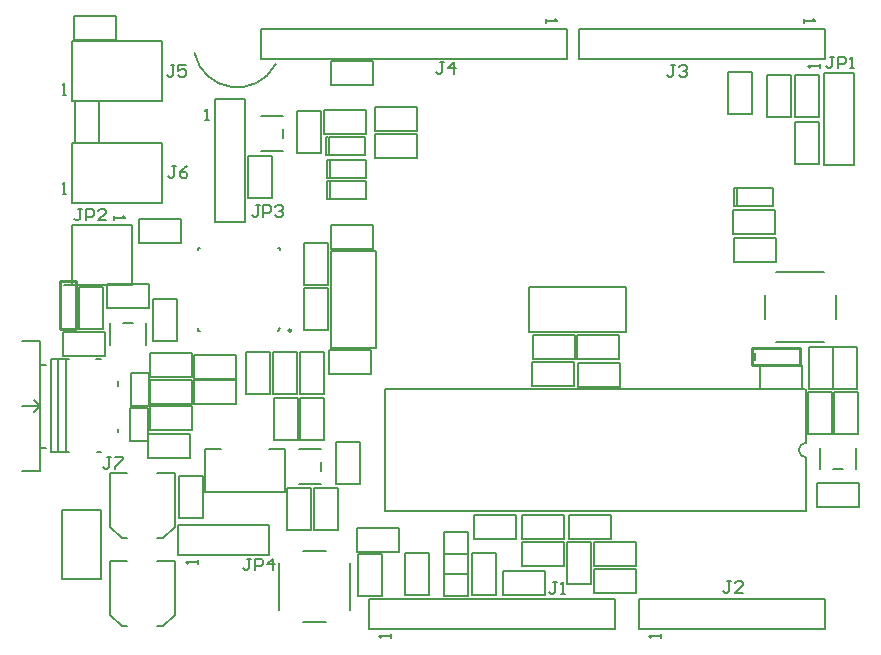
<source format=gto>
G04*
G04 #@! TF.GenerationSoftware,Altium Limited,Altium Designer,20.2.5 (213)*
G04*
G04 Layer_Color=65535*
%FSLAX44Y44*%
%MOMM*%
G71*
G04*
G04 #@! TF.SameCoordinates,D028A582-A43C-45AF-95F9-5D6BD50934B0*
G04*
G04*
G04 #@! TF.FilePolarity,Positive*
G04*
G01*
G75*
%ADD10C,0.2000*%
%ADD11C,0.2540*%
D10*
X116221Y500247D02*
G03*
X184977Y490458I36179J7753D01*
G01*
X634350Y170180D02*
G03*
X634350Y157480I0J-6350D01*
G01*
X575760Y370380D02*
X606240D01*
Y385620D01*
X575760D02*
X606240D01*
X575760Y370380D02*
Y385620D01*
X573220Y370500D02*
Y385500D01*
X575640D01*
X573220Y370500D02*
X575640D01*
X227220Y413500D02*
X229640D01*
X227220Y428500D02*
X229640D01*
X227220Y413500D02*
Y428500D01*
X229760Y413380D02*
Y428620D01*
X260240D01*
Y413380D02*
Y428620D01*
X229760Y413380D02*
X260240D01*
X230760Y394380D02*
X261240D01*
Y409620D01*
X230760D02*
X261240D01*
X230760Y394380D02*
Y409620D01*
X228220Y394500D02*
Y409500D01*
X230640D01*
X228220Y394500D02*
X230640D01*
X228220Y376500D02*
X230640D01*
X228220Y391500D02*
X230640D01*
X228220Y376500D02*
Y391500D01*
X230760Y376380D02*
Y391620D01*
X261240D01*
Y376380D02*
Y391620D01*
X230760Y376380D02*
X261240D01*
X125000Y128220D02*
Y165000D01*
X193000Y128220D02*
Y165000D01*
X125000Y128220D02*
X193000D01*
X125000Y165000D02*
X139000D01*
X179000D02*
X193000D01*
X172720Y495300D02*
Y518160D01*
Y495300D02*
X431800D01*
X172720Y520700D02*
X431800D01*
X172720Y518160D02*
Y520700D01*
X431800Y495300D02*
Y520700D01*
X472440Y15240D02*
Y38100D01*
X264160D02*
X472440D01*
X264160Y12700D02*
X472440D01*
Y15240D01*
X264160Y12700D02*
Y38100D01*
X441960Y495300D02*
Y518160D01*
Y495300D02*
X650240D01*
X441960Y520700D02*
X650240D01*
X441960Y518160D02*
Y520700D01*
X650240Y495300D02*
Y520700D01*
X492760Y12700D02*
Y38100D01*
X650240Y12700D02*
Y15240D01*
X492760Y12700D02*
X650240D01*
X492760Y38100D02*
X650240D01*
Y20955D02*
Y32385D01*
Y15240D02*
Y20955D01*
Y32385D02*
Y38100D01*
X135840Y357160D02*
X158700D01*
Y357000D02*
Y461240D01*
X133300Y357160D02*
Y461240D01*
Y357160D02*
X135840D01*
X133300Y461240D02*
X158700D01*
X674700Y405500D02*
Y483000D01*
X649300Y405500D02*
Y483000D01*
X674700D01*
X649300Y405500D02*
X674700D01*
X102200Y100700D02*
X179700D01*
X102200Y75300D02*
X179700D01*
X102200D02*
Y100700D01*
X179700Y75300D02*
Y100700D01*
X205840Y211220D02*
Y246780D01*
Y211220D02*
X226160D01*
Y246780D01*
X205840D02*
X226160D01*
X116220Y244160D02*
X151780D01*
X116220Y223840D02*
Y244160D01*
Y223840D02*
X151780D01*
Y244160D01*
X102840Y106220D02*
Y141780D01*
Y106220D02*
X123160D01*
Y141780D01*
X102840D02*
X123160D01*
X194840Y96220D02*
Y131780D01*
Y96220D02*
X215160D01*
Y131780D01*
X194840D02*
X215160D01*
X454220Y65840D02*
X489780D01*
Y86160D01*
X454220D02*
X489780D01*
X454220Y65840D02*
Y86160D01*
X232220Y493160D02*
X267780D01*
X232220Y472840D02*
Y493160D01*
Y472840D02*
X267780D01*
Y493160D01*
X452160Y50720D02*
Y86280D01*
X431840D02*
X452160D01*
X431840Y50720D02*
Y86280D01*
Y50720D02*
X452160D01*
X572720Y343160D02*
X608280D01*
X572720Y322840D02*
Y343160D01*
Y322840D02*
X608280D01*
Y343160D01*
X88900Y459740D02*
Y510540D01*
X12700D02*
X88900D01*
X12700Y459740D02*
Y510540D01*
Y459740D02*
X88900D01*
Y373380D02*
Y424180D01*
X12700D02*
X88900D01*
X12700Y373380D02*
Y424180D01*
Y373380D02*
X88900D01*
X12700Y354700D02*
X63500D01*
Y303900D02*
Y354700D01*
X12700Y303900D02*
X63500D01*
X12700D02*
Y354700D01*
X399500Y302000D02*
X481500D01*
X399500Y264000D02*
Y302000D01*
Y264000D02*
X481500D01*
Y302000D01*
X232000Y250000D02*
Y332000D01*
Y250000D02*
X270000D01*
Y332000D01*
X232000D02*
X270000D01*
X173000Y447000D02*
X191000D01*
Y428000D02*
Y436000D01*
X173000Y417000D02*
X191000D01*
X45000Y253000D02*
Y271000D01*
X56000D02*
X64000D01*
X75000Y253000D02*
Y271000D01*
X676000Y148000D02*
Y166000D01*
X657000Y148000D02*
X665000D01*
X646000D02*
Y166000D01*
X205000Y165000D02*
X223000D01*
Y146000D02*
Y154000D01*
X205000Y135000D02*
X223000D01*
X44500Y144000D02*
X59500D01*
X84500D02*
X99500D01*
X44500Y99000D02*
Y144000D01*
Y99000D02*
X54500Y89000D01*
X59500D01*
X99500Y99000D02*
Y144000D01*
X89500Y89000D02*
X99500Y99000D01*
X84500Y89000D02*
X89500D01*
X44500Y69500D02*
X59500D01*
X84500D02*
X99500D01*
X44500Y24500D02*
Y69500D01*
Y24500D02*
X54500Y14500D01*
X59500D01*
X99500Y24500D02*
Y69500D01*
X89500Y14500D02*
X99500Y24500D01*
X84500Y14500D02*
X89500D01*
X187000Y265000D02*
X189000Y267000D01*
X119000Y265000D02*
Y267000D01*
Y265000D02*
X121000D01*
X119000Y335000D02*
X121000D01*
X119000Y333000D02*
Y335000D01*
X189000Y333000D02*
Y335000D01*
X187000D02*
X189000D01*
X4490Y113210D02*
X37510D01*
Y54790D02*
Y113210D01*
X4490Y54790D02*
X37510D01*
X4490D02*
Y113210D01*
X659000Y275000D02*
Y295000D01*
X609000Y315000D02*
X649000D01*
X599000Y275000D02*
Y295000D01*
X609000Y255000D02*
X649000D01*
X208000Y78000D02*
X228000D01*
X188000Y28000D02*
Y68000D01*
X208000Y18000D02*
X228000D01*
X248000Y28000D02*
Y68000D01*
X277550Y215830D02*
X633350D01*
X364650Y112080D02*
X542450D01*
X633350D01*
X277550D02*
X364650D01*
X277550D02*
Y215830D01*
X634350Y170180D02*
Y215830D01*
Y112080D02*
Y157480D01*
X-19630Y206000D02*
X-14630Y201000D01*
X-19630Y196000D02*
X-14630Y201000D01*
X-29630D02*
X-14630D01*
X-29630Y256000D02*
X-14630D01*
X-29630Y146000D02*
X-14630D01*
Y256000D01*
Y166000D02*
X-9630D01*
X-14630Y236000D02*
X-9630D01*
X7370Y162000D02*
Y241000D01*
X370Y162000D02*
Y241000D01*
X-5630Y162000D02*
X10370D01*
X-5630D02*
Y241000D01*
X10370D01*
X32870D02*
X37120D01*
X33870Y162000D02*
X37370D01*
X51370Y179500D02*
Y182000D01*
Y218000D02*
Y222250D01*
X6000Y304000D02*
X12000D01*
X591000Y240000D02*
Y246000D01*
X182160Y377220D02*
Y412780D01*
X161840D02*
X182160D01*
X161840Y377220D02*
Y412780D01*
Y377220D02*
X182160D01*
X269220Y433840D02*
X304780D01*
Y454160D01*
X269220D02*
X304780D01*
X269220Y433840D02*
Y454160D01*
Y410840D02*
X304780D01*
Y431160D01*
X269220D02*
X304780D01*
X269220Y410840D02*
Y431160D01*
X80840Y256220D02*
Y291780D01*
Y256220D02*
X101160D01*
Y291780D01*
X80840D02*
X101160D01*
X69220Y359160D02*
X104780D01*
X69220Y338840D02*
Y359160D01*
Y338840D02*
X104780D01*
Y359160D01*
X78720Y202840D02*
X114280D01*
Y223160D01*
X78720D02*
X114280D01*
X78720Y202840D02*
Y223160D01*
Y180840D02*
X114280D01*
Y201160D01*
X78720D02*
X114280D01*
X78720Y180840D02*
Y201160D01*
X77220Y156840D02*
X112780D01*
Y177160D01*
X77220D02*
X112780D01*
X77220Y156840D02*
Y177160D01*
X229160Y265220D02*
Y300780D01*
X208840D02*
X229160D01*
X208840Y265220D02*
Y300780D01*
Y265220D02*
X229160D01*
X621160Y446220D02*
Y481780D01*
X600840D02*
X621160D01*
X600840Y446220D02*
Y481780D01*
Y446220D02*
X621160D01*
X588289Y448599D02*
Y484159D01*
X567969D02*
X588289D01*
X567969Y448599D02*
Y484159D01*
Y448599D02*
X588289D01*
X624840Y406220D02*
Y441780D01*
Y406220D02*
X645160D01*
Y441780D01*
X624840D02*
X645160D01*
X353220Y109160D02*
X388780D01*
X353220Y88840D02*
Y109160D01*
Y88840D02*
X388780D01*
Y109160D01*
X595220Y215840D02*
X630780D01*
Y236160D01*
X595220D02*
X630780D01*
X595220Y215840D02*
Y236160D01*
X226220Y452160D02*
X261780D01*
X226220Y431840D02*
Y452160D01*
Y431840D02*
X261780D01*
Y452160D01*
X402220Y238160D02*
X437780D01*
X402220Y217840D02*
Y238160D01*
Y217840D02*
X437780D01*
Y238160D01*
X572220Y367160D02*
X607780D01*
X572220Y346840D02*
Y367160D01*
Y346840D02*
X607780D01*
Y367160D01*
X678160Y177220D02*
Y212780D01*
X657840D02*
X678160D01*
X657840Y177220D02*
Y212780D01*
Y177220D02*
X678160D01*
X39160Y266220D02*
Y301780D01*
X18840D02*
X39160D01*
X18840Y266220D02*
Y301780D01*
Y266220D02*
X39160D01*
X656840Y215220D02*
Y250780D01*
Y215220D02*
X677160D01*
Y250780D01*
X656840D02*
X677160D01*
X254840Y40220D02*
Y75780D01*
Y40220D02*
X275160D01*
Y75780D01*
X254840D02*
X275160D01*
X256160Y135220D02*
Y170780D01*
X235840D02*
X256160D01*
X235840Y135220D02*
Y170780D01*
Y135220D02*
X256160D01*
X4720Y243840D02*
X40280D01*
Y264160D01*
X4720D02*
X40280D01*
X4720Y243840D02*
Y264160D01*
X636840Y215220D02*
Y250780D01*
Y215220D02*
X657160D01*
Y250780D01*
X636840D02*
X657160D01*
X254220Y77840D02*
X289780D01*
Y98160D01*
X254220D02*
X289780D01*
X254220Y77840D02*
Y98160D01*
X116220Y202840D02*
X151780D01*
Y223160D01*
X116220D02*
X151780D01*
X116220Y202840D02*
Y223160D01*
X327840Y59220D02*
Y94780D01*
Y59220D02*
X348160D01*
Y94780D01*
X327840D02*
X348160D01*
X327840Y40220D02*
Y75780D01*
Y40220D02*
X348160D01*
Y75780D01*
X327840D02*
X348160D01*
X62380Y201530D02*
Y229470D01*
Y201530D02*
X77620D01*
Y229470D01*
X62380D02*
X77620D01*
X76620Y171530D02*
Y199470D01*
X61380D02*
X76620D01*
X61380Y171530D02*
Y199470D01*
Y171530D02*
X76620D01*
X182840Y211220D02*
X203160D01*
X182840D02*
Y246780D01*
X203160D01*
Y211220D02*
Y246780D01*
X208840Y338780D02*
X229160D01*
Y303220D02*
Y338780D01*
X208840Y303220D02*
X229160D01*
X208840D02*
Y338780D01*
X159840Y246780D02*
X180160D01*
Y211220D02*
Y246780D01*
X159840Y211220D02*
X180160D01*
X159840D02*
Y246780D01*
X14840Y459780D02*
X35160D01*
Y424220D02*
Y459780D01*
X14840Y424220D02*
X35160D01*
X14840D02*
Y459780D01*
X267780Y333840D02*
Y354160D01*
X232220Y333840D02*
X267780D01*
X232220D02*
Y354160D01*
X267780D01*
X265780Y227840D02*
Y248160D01*
X230220Y227840D02*
X265780D01*
X230220D02*
Y248160D01*
X265780D01*
X624840Y446220D02*
X645160D01*
X624840D02*
Y481780D01*
X645160D01*
Y446220D02*
Y481780D01*
X412780Y40840D02*
Y61160D01*
X377220Y40840D02*
X412780D01*
X377220D02*
Y61160D01*
X412780D01*
X294840Y76780D02*
X315160D01*
Y41220D02*
Y76780D01*
X294840Y41220D02*
X315160D01*
X294840D02*
Y76780D01*
X350840D02*
X371160D01*
Y41220D02*
Y76780D01*
X350840Y41220D02*
X371160D01*
X350840D02*
Y76780D01*
X49780Y510840D02*
Y531160D01*
X14220Y510840D02*
X49780D01*
X14220D02*
Y531160D01*
X49780D01*
X440720Y216840D02*
Y237160D01*
X476280D01*
Y216840D02*
Y237160D01*
X440720Y216840D02*
X476280D01*
X393220Y88840D02*
Y109160D01*
X428780D01*
Y88840D02*
Y109160D01*
X393220Y88840D02*
X428780D01*
X468780D02*
Y109160D01*
X433220Y88840D02*
X468780D01*
X433220D02*
Y109160D01*
X468780D01*
X402720Y240840D02*
Y261160D01*
X438280D01*
Y240840D02*
Y261160D01*
X402720Y240840D02*
X438280D01*
X202840Y415220D02*
X223160D01*
X202840D02*
Y450780D01*
X223160D01*
Y415220D02*
Y450780D01*
X475280Y240840D02*
Y261160D01*
X439720Y240840D02*
X475280D01*
X439720D02*
Y261160D01*
X475280D01*
X678780Y115840D02*
Y136160D01*
X643220Y115840D02*
X678780D01*
X643220D02*
Y136160D01*
X678780D01*
X205840Y207780D02*
X226160D01*
Y172220D02*
Y207780D01*
X205840Y172220D02*
X226160D01*
X205840D02*
Y207780D01*
X77780Y283840D02*
Y304160D01*
X42220Y283840D02*
X77780D01*
X42220D02*
Y304160D01*
X77780D01*
X113780Y225840D02*
Y246160D01*
X78220Y225840D02*
X113780D01*
X78220D02*
Y246160D01*
X113780D01*
X635840Y177220D02*
X656160D01*
X635840D02*
Y212780D01*
X656160D01*
Y177220D02*
Y212780D01*
X217840Y131780D02*
X238160D01*
Y96220D02*
Y131780D01*
X217840Y96220D02*
X238160D01*
X217840D02*
Y131780D01*
X183840Y172220D02*
X204160D01*
X183840D02*
Y207780D01*
X204160D01*
Y172220D02*
Y207780D01*
X454220Y42840D02*
Y63160D01*
X489780D01*
Y42840D02*
Y63160D01*
X454220Y42840D02*
X489780D01*
X393720Y65840D02*
Y86160D01*
X429280D01*
Y65840D02*
Y86160D01*
X393720Y65840D02*
X429280D01*
X413480Y528860D02*
Y525528D01*
Y527194D01*
X423477D01*
X421810Y528860D01*
X282480Y4540D02*
Y7872D01*
Y6206D01*
X272483D01*
X274149Y4540D01*
X631920Y528860D02*
Y525528D01*
Y527194D01*
X641917D01*
X640250Y528860D01*
X511080Y4540D02*
Y7872D01*
Y6206D01*
X501083D01*
X502749Y4540D01*
X125140Y442920D02*
X128472D01*
X126806D01*
Y452917D01*
X125140Y451251D01*
X645700Y487140D02*
Y490472D01*
Y488806D01*
X635703D01*
X637369Y487140D01*
X119280Y67140D02*
Y70472D01*
Y68806D01*
X109283D01*
X110949Y67140D01*
X4540Y464280D02*
X7872D01*
X6206D01*
Y474277D01*
X4540Y472611D01*
Y380460D02*
X7872D01*
X6206D01*
Y390457D01*
X4540Y388791D01*
X47720Y361590D02*
Y358258D01*
Y359924D01*
X57717D01*
X56051Y361590D01*
X164335Y71998D02*
X161003D01*
X162669D01*
Y63668D01*
X161003Y62002D01*
X159337D01*
X157671Y63668D01*
X167668Y62002D02*
Y71998D01*
X172666D01*
X174332Y70332D01*
Y67000D01*
X172666Y65334D01*
X167668D01*
X182663Y62002D02*
Y71998D01*
X177665Y67000D01*
X184329D01*
X171336Y370998D02*
X168003D01*
X169669D01*
Y362668D01*
X168003Y361002D01*
X166337D01*
X164671Y362668D01*
X174668Y361002D02*
Y370998D01*
X179666D01*
X181332Y369332D01*
Y366000D01*
X179666Y364334D01*
X174668D01*
X184664Y369332D02*
X186331Y370998D01*
X189663D01*
X191329Y369332D01*
Y367666D01*
X189663Y366000D01*
X187997D01*
X189663D01*
X191329Y364334D01*
Y362668D01*
X189663Y361002D01*
X186331D01*
X184664Y362668D01*
X21275Y368218D02*
X17943D01*
X19609D01*
Y359888D01*
X17943Y358222D01*
X16277D01*
X14611Y359888D01*
X24608Y358222D02*
Y368218D01*
X29606D01*
X31272Y366552D01*
Y363220D01*
X29606Y361554D01*
X24608D01*
X41269Y358222D02*
X34604D01*
X41269Y364886D01*
Y366552D01*
X39603Y368218D01*
X36271D01*
X34604Y366552D01*
X658002Y496998D02*
X654669D01*
X656336D01*
Y488668D01*
X654669Y487002D01*
X653003D01*
X651337Y488668D01*
X661334Y487002D02*
Y496998D01*
X666332D01*
X667998Y495332D01*
Y492000D01*
X666332Y490334D01*
X661334D01*
X671331Y487002D02*
X674663D01*
X672997D01*
Y496998D01*
X671331Y495332D01*
X45334Y157998D02*
X42002D01*
X43668D01*
Y149668D01*
X42002Y148002D01*
X40335D01*
X38669Y149668D01*
X48666Y157998D02*
X55331D01*
Y156332D01*
X48666Y149668D01*
Y148002D01*
X100334Y403998D02*
X97002D01*
X98668D01*
Y395668D01*
X97002Y394002D01*
X95336D01*
X93669Y395668D01*
X110331Y403998D02*
X106998Y402332D01*
X103666Y399000D01*
Y395668D01*
X105332Y394002D01*
X108665D01*
X110331Y395668D01*
Y397334D01*
X108665Y399000D01*
X103666D01*
X99334Y489998D02*
X96002D01*
X97668D01*
Y481668D01*
X96002Y480002D01*
X94335D01*
X92669Y481668D01*
X109331Y489998D02*
X102666D01*
Y485000D01*
X105998Y486666D01*
X107664D01*
X109331Y485000D01*
Y481668D01*
X107664Y480002D01*
X104332D01*
X102666Y481668D01*
X327334Y491998D02*
X324002D01*
X325668D01*
Y483668D01*
X324002Y482002D01*
X322336D01*
X320669Y483668D01*
X335664Y482002D02*
Y491998D01*
X330666Y487000D01*
X337331D01*
X523334Y489998D02*
X520002D01*
X521668D01*
Y481668D01*
X520002Y480002D01*
X518335D01*
X516669Y481668D01*
X526666Y488332D02*
X528332Y489998D01*
X531665D01*
X533331Y488332D01*
Y486666D01*
X531665Y485000D01*
X529998D01*
X531665D01*
X533331Y483334D01*
Y481668D01*
X531665Y480002D01*
X528332D01*
X526666Y481668D01*
X570334Y52998D02*
X567002D01*
X568668D01*
Y44668D01*
X567002Y43002D01*
X565336D01*
X563669Y44668D01*
X580331Y43002D02*
X573666D01*
X580331Y49666D01*
Y51332D01*
X578665Y52998D01*
X575332D01*
X573666Y51332D01*
X423000Y51998D02*
X419668D01*
X421334D01*
Y43668D01*
X419668Y42002D01*
X418002D01*
X416335Y43668D01*
X426332Y42002D02*
X429664D01*
X427998D01*
Y51998D01*
X426332Y50332D01*
D11*
X198000Y265000D02*
G03*
X198000Y265000I-1000J0D01*
G01*
X2000Y266000D02*
Y307000D01*
Y266000D02*
X16000D01*
Y307000D01*
X2000D02*
X16000D01*
X588000Y236000D02*
X629000D01*
Y250000D01*
X588000D02*
X629000D01*
X588000Y236000D02*
Y250000D01*
M02*

</source>
